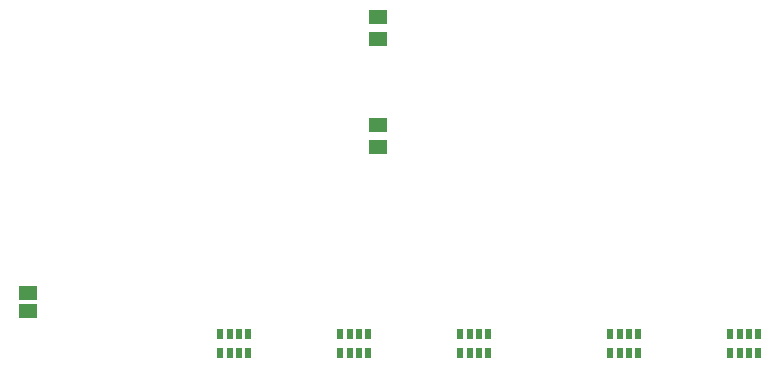
<source format=gtp>
G75*
%MOIN*%
%OFA0B0*%
%FSLAX25Y25*%
%IPPOS*%
%LPD*%
%AMOC8*
5,1,8,0,0,1.08239X$1,22.5*
%
%ADD10R,0.06300X0.04600*%
%ADD11R,0.01969X0.03543*%
%ADD12R,0.05906X0.05118*%
D10*
X0082841Y0084500D03*
X0082841Y0090500D03*
D11*
X0146866Y0076900D03*
X0150016Y0076900D03*
X0153165Y0076900D03*
X0156315Y0076900D03*
X0156315Y0070600D03*
X0153165Y0070600D03*
X0150016Y0070600D03*
X0146866Y0070600D03*
X0186866Y0070600D03*
X0190016Y0070600D03*
X0193165Y0070600D03*
X0196315Y0070600D03*
X0196315Y0076900D03*
X0193165Y0076900D03*
X0190016Y0076900D03*
X0186866Y0076900D03*
X0226866Y0076900D03*
X0230016Y0076900D03*
X0233165Y0076900D03*
X0236315Y0076900D03*
X0236315Y0070600D03*
X0233165Y0070600D03*
X0230016Y0070600D03*
X0226866Y0070600D03*
X0276866Y0070600D03*
X0280016Y0070600D03*
X0283165Y0070600D03*
X0286315Y0070600D03*
X0286315Y0076900D03*
X0283165Y0076900D03*
X0280016Y0076900D03*
X0276866Y0076900D03*
X0316866Y0076900D03*
X0320016Y0076900D03*
X0323165Y0076900D03*
X0326315Y0076900D03*
X0326315Y0070600D03*
X0323165Y0070600D03*
X0320016Y0070600D03*
X0316866Y0070600D03*
D12*
X0199591Y0139260D03*
X0199591Y0146740D03*
X0199591Y0175260D03*
X0199591Y0182740D03*
M02*

</source>
